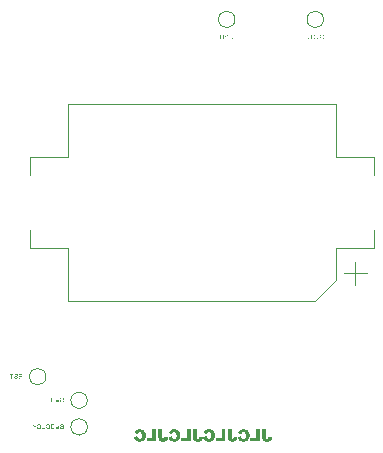
<source format=gbr>
%TF.GenerationSoftware,KiCad,Pcbnew,8.0.8*%
%TF.CreationDate,2025-06-11T13:00:22+01:00*%
%TF.ProjectId,Watch,57617463-682e-46b6-9963-61645f706362,rev?*%
%TF.SameCoordinates,Original*%
%TF.FileFunction,Legend,Bot*%
%TF.FilePolarity,Positive*%
%FSLAX46Y46*%
G04 Gerber Fmt 4.6, Leading zero omitted, Abs format (unit mm)*
G04 Created by KiCad (PCBNEW 8.0.8) date 2025-06-11 13:00:22*
%MOMM*%
%LPD*%
G01*
G04 APERTURE LIST*
%ADD10C,0.100000*%
%ADD11C,0.120000*%
%ADD12O,1.000000X1.600000*%
%ADD13O,1.000000X2.100000*%
%ADD14C,0.650000*%
%ADD15C,1.000000*%
%ADD16R,2.600000X3.600000*%
G04 APERTURE END LIST*
D10*
G36*
X162198220Y-112036251D02*
G01*
X162198220Y-112408086D01*
X162190307Y-112416000D01*
X162163928Y-112416000D01*
X162156015Y-112408281D01*
X162156015Y-112247179D01*
X162035554Y-112247179D01*
X161962379Y-112408770D01*
X161957983Y-112413850D01*
X161951144Y-112416000D01*
X161920174Y-112416000D01*
X161915484Y-112413752D01*
X161915680Y-112408672D01*
X161987780Y-112245909D01*
X161968632Y-112240242D01*
X161956010Y-112235425D01*
X161939391Y-112224970D01*
X161925547Y-112210640D01*
X161918281Y-112199374D01*
X161911274Y-112181079D01*
X161908939Y-112161108D01*
X161908939Y-112112259D01*
X161951730Y-112112259D01*
X161951730Y-112163257D01*
X161953092Y-112174110D01*
X161963258Y-112191687D01*
X161971750Y-112198362D01*
X161991102Y-112203411D01*
X162156015Y-112203411D01*
X162156015Y-112072106D01*
X161991102Y-112072106D01*
X161980451Y-112073502D01*
X161963258Y-112083927D01*
X161956695Y-112092564D01*
X161951730Y-112112259D01*
X161908939Y-112112259D01*
X161908939Y-112110891D01*
X161909846Y-112098430D01*
X161915387Y-112078944D01*
X161920910Y-112068196D01*
X161933168Y-112052664D01*
X161942116Y-112044851D01*
X161959351Y-112034883D01*
X161970776Y-112030894D01*
X161991102Y-112028337D01*
X162190307Y-112028337D01*
X162198220Y-112036251D01*
G37*
G36*
X161808799Y-112331785D02*
G01*
X161808799Y-112305309D01*
X161806259Y-112299838D01*
X161800886Y-112297200D01*
X161773921Y-112297200D01*
X161768255Y-112299838D01*
X161766008Y-112305309D01*
X161766008Y-112331785D01*
X161761505Y-112350843D01*
X161754480Y-112360410D01*
X161737287Y-112370834D01*
X161726636Y-112372231D01*
X161601095Y-112372231D01*
X161581743Y-112367435D01*
X161573251Y-112361094D01*
X161563085Y-112344370D01*
X161561723Y-112334032D01*
X161561723Y-112285378D01*
X161567172Y-112265833D01*
X161573251Y-112258414D01*
X161590444Y-112248506D01*
X161601095Y-112247179D01*
X161726636Y-112247179D01*
X161747000Y-112244622D01*
X161758485Y-112240633D01*
X161775674Y-112230535D01*
X161784668Y-112222755D01*
X161796842Y-112207070D01*
X161802351Y-112196083D01*
X161807735Y-112177051D01*
X161808799Y-112163355D01*
X161808799Y-112112161D01*
X161806526Y-112092432D01*
X161802351Y-112079726D01*
X161792337Y-112062163D01*
X161784570Y-112053055D01*
X161769114Y-112040591D01*
X161758485Y-112034981D01*
X161739037Y-112029271D01*
X161726636Y-112028337D01*
X161601095Y-112028337D01*
X161580770Y-112030932D01*
X161569344Y-112034981D01*
X161552109Y-112045193D01*
X161543161Y-112053152D01*
X161530987Y-112069051D01*
X161525478Y-112080019D01*
X161520012Y-112098841D01*
X161518932Y-112112552D01*
X161518932Y-112139028D01*
X161526845Y-112147137D01*
X161553810Y-112147137D01*
X161561723Y-112139028D01*
X161561723Y-112112552D01*
X161566226Y-112093494D01*
X161573251Y-112083927D01*
X161590444Y-112073502D01*
X161601095Y-112072106D01*
X161726636Y-112072106D01*
X161745988Y-112077197D01*
X161754480Y-112083927D01*
X161764646Y-112101418D01*
X161766008Y-112112259D01*
X161766008Y-112163257D01*
X161761043Y-112182994D01*
X161754480Y-112191687D01*
X161737287Y-112202025D01*
X161726636Y-112203411D01*
X161601095Y-112203411D01*
X161580770Y-112205929D01*
X161569344Y-112209859D01*
X161552109Y-112219705D01*
X161543161Y-112227444D01*
X161530903Y-112242816D01*
X161525380Y-112253431D01*
X161519839Y-112272635D01*
X161518932Y-112284890D01*
X161518932Y-112334520D01*
X161521489Y-112354792D01*
X161525478Y-112366369D01*
X161535408Y-112383573D01*
X161543161Y-112392357D01*
X161559506Y-112404697D01*
X161569344Y-112409649D01*
X161588707Y-112415106D01*
X161601095Y-112416000D01*
X161726636Y-112416000D01*
X161747000Y-112413404D01*
X161758485Y-112409356D01*
X161775636Y-112399258D01*
X161784570Y-112391478D01*
X161796782Y-112375754D01*
X161802351Y-112364709D01*
X161807735Y-112345561D01*
X161808799Y-112331785D01*
G37*
G36*
X161295010Y-112408086D02*
G01*
X161295010Y-112072106D01*
X161410293Y-112072106D01*
X161418206Y-112063997D01*
X161418206Y-112036446D01*
X161410293Y-112028337D01*
X161136838Y-112028337D01*
X161128925Y-112036446D01*
X161128925Y-112063997D01*
X161136838Y-112072106D01*
X161252219Y-112072106D01*
X161252219Y-112408086D01*
X161254759Y-112413752D01*
X161260132Y-112416000D01*
X161287096Y-112416000D01*
X161295010Y-112408086D01*
G37*
G36*
X187520725Y-83278337D02*
G01*
X187500399Y-83280894D01*
X187488974Y-83284883D01*
X187471739Y-83294851D01*
X187462791Y-83302664D01*
X187450533Y-83318196D01*
X187445010Y-83328944D01*
X187439469Y-83348430D01*
X187438562Y-83360891D01*
X187438562Y-83411108D01*
X187441021Y-83431464D01*
X187448399Y-83450034D01*
X187456050Y-83461422D01*
X187464452Y-83472168D01*
X187456050Y-83482915D01*
X187445393Y-83500569D01*
X187439655Y-83519680D01*
X187438562Y-83533229D01*
X187438562Y-83583445D01*
X187440835Y-83603012D01*
X187445010Y-83615685D01*
X187454978Y-83633095D01*
X187462791Y-83641966D01*
X187478285Y-83654010D01*
X187488974Y-83659551D01*
X187508337Y-83665093D01*
X187520725Y-83666000D01*
X187646266Y-83666000D01*
X187665782Y-83663633D01*
X187676650Y-83659942D01*
X187693768Y-83650141D01*
X187701660Y-83643529D01*
X187714339Y-83628296D01*
X187719636Y-83619007D01*
X187726139Y-83600536D01*
X187727843Y-83588721D01*
X187727843Y-83582957D01*
X187727843Y-83555309D01*
X187725596Y-83549838D01*
X187719930Y-83547200D01*
X187693551Y-83547200D01*
X187687885Y-83549838D01*
X187685638Y-83555309D01*
X187685638Y-83582957D01*
X187680282Y-83602614D01*
X187673816Y-83610996D01*
X187656882Y-83620904D01*
X187646266Y-83622231D01*
X187520725Y-83622231D01*
X187501373Y-83617435D01*
X187492881Y-83611094D01*
X187482715Y-83594370D01*
X187481353Y-83584032D01*
X187481353Y-83535378D01*
X187486802Y-83515833D01*
X187492881Y-83508414D01*
X187510074Y-83498506D01*
X187520725Y-83497179D01*
X187643433Y-83497179D01*
X187648806Y-83494932D01*
X187651346Y-83489070D01*
X187651346Y-83461519D01*
X187648806Y-83456048D01*
X187643433Y-83453411D01*
X187520725Y-83453411D01*
X187501373Y-83448362D01*
X187492881Y-83441687D01*
X187482715Y-83424110D01*
X187481353Y-83413257D01*
X187481353Y-83362259D01*
X187486318Y-83342564D01*
X187492881Y-83333927D01*
X187510074Y-83323502D01*
X187520725Y-83322106D01*
X187646266Y-83322106D01*
X187665492Y-83327070D01*
X187673816Y-83333634D01*
X187683977Y-83351037D01*
X187685638Y-83361966D01*
X187685638Y-83389028D01*
X187693551Y-83397137D01*
X187719930Y-83397137D01*
X187727843Y-83389028D01*
X187727843Y-83361966D01*
X187727843Y-83356202D01*
X187724088Y-83336815D01*
X187719636Y-83325916D01*
X187708721Y-83308837D01*
X187701660Y-83301101D01*
X187685952Y-83289101D01*
X187676650Y-83284394D01*
X187657217Y-83279053D01*
X187646266Y-83278337D01*
X187520725Y-83278337D01*
G37*
G36*
X187214640Y-83652127D02*
G01*
X187214640Y-83592336D01*
X187206726Y-83584715D01*
X187179762Y-83584715D01*
X187174389Y-83586963D01*
X187171849Y-83592336D01*
X187171849Y-83652127D01*
X187174389Y-83657598D01*
X187179762Y-83659747D01*
X187206726Y-83659747D01*
X187214640Y-83652127D01*
G37*
G36*
X186741102Y-83278337D02*
G01*
X186720776Y-83280894D01*
X186709350Y-83284883D01*
X186692116Y-83294851D01*
X186683168Y-83302664D01*
X186670910Y-83318196D01*
X186665387Y-83328944D01*
X186659845Y-83348430D01*
X186658939Y-83360891D01*
X186658939Y-83411108D01*
X186661398Y-83431464D01*
X186668776Y-83450034D01*
X186676426Y-83461422D01*
X186684828Y-83472168D01*
X186676426Y-83482915D01*
X186665770Y-83500569D01*
X186660032Y-83519680D01*
X186658939Y-83533229D01*
X186658939Y-83583445D01*
X186661212Y-83603012D01*
X186665387Y-83615685D01*
X186675355Y-83633095D01*
X186683168Y-83641966D01*
X186698662Y-83654010D01*
X186709350Y-83659551D01*
X186728714Y-83665093D01*
X186741102Y-83666000D01*
X186866643Y-83666000D01*
X186886159Y-83663633D01*
X186897027Y-83659942D01*
X186914145Y-83650141D01*
X186922037Y-83643529D01*
X186934716Y-83628296D01*
X186940013Y-83619007D01*
X186946516Y-83600536D01*
X186948220Y-83588721D01*
X186948220Y-83582957D01*
X186948220Y-83555309D01*
X186945973Y-83549838D01*
X186940306Y-83547200D01*
X186913928Y-83547200D01*
X186908262Y-83549838D01*
X186906015Y-83555309D01*
X186906015Y-83582957D01*
X186900659Y-83602614D01*
X186894193Y-83610996D01*
X186877259Y-83620904D01*
X186866643Y-83622231D01*
X186741102Y-83622231D01*
X186721750Y-83617435D01*
X186713258Y-83611094D01*
X186703092Y-83594370D01*
X186701730Y-83584032D01*
X186701730Y-83535378D01*
X186707179Y-83515833D01*
X186713258Y-83508414D01*
X186730451Y-83498506D01*
X186741102Y-83497179D01*
X186863810Y-83497179D01*
X186869183Y-83494932D01*
X186871723Y-83489070D01*
X186871723Y-83461519D01*
X186869183Y-83456048D01*
X186863810Y-83453411D01*
X186741102Y-83453411D01*
X186721750Y-83448362D01*
X186713258Y-83441687D01*
X186703092Y-83424110D01*
X186701730Y-83413257D01*
X186701730Y-83362259D01*
X186706695Y-83342564D01*
X186713258Y-83333927D01*
X186730451Y-83323502D01*
X186741102Y-83322106D01*
X186866643Y-83322106D01*
X186885869Y-83327070D01*
X186894193Y-83333634D01*
X186904353Y-83351037D01*
X186906015Y-83361966D01*
X186906015Y-83389028D01*
X186913928Y-83397137D01*
X186940306Y-83397137D01*
X186948220Y-83389028D01*
X186948220Y-83361966D01*
X186948220Y-83356202D01*
X186944465Y-83336815D01*
X186940013Y-83325916D01*
X186929098Y-83308837D01*
X186922037Y-83301101D01*
X186906329Y-83289101D01*
X186897027Y-83284394D01*
X186877594Y-83279053D01*
X186866643Y-83278337D01*
X186741102Y-83278337D01*
G37*
G36*
X186477124Y-83658672D02*
G01*
X186555380Y-83462594D01*
X186557724Y-83454681D01*
X186558799Y-83447256D01*
X186558799Y-83286251D01*
X186556259Y-83280584D01*
X186550886Y-83278337D01*
X186523921Y-83278337D01*
X186516008Y-83286251D01*
X186516008Y-83438463D01*
X186515226Y-83446376D01*
X186513174Y-83453704D01*
X186445666Y-83622231D01*
X186382065Y-83622231D01*
X186314556Y-83453704D01*
X186312602Y-83446376D01*
X186311723Y-83438463D01*
X186311723Y-83286251D01*
X186303810Y-83278337D01*
X186276845Y-83278337D01*
X186268932Y-83286251D01*
X186268932Y-83447256D01*
X186269811Y-83454681D01*
X186271765Y-83462594D01*
X186350020Y-83658672D01*
X186354514Y-83663752D01*
X186361255Y-83666000D01*
X186466475Y-83666000D01*
X186472923Y-83663752D01*
X186477124Y-83658672D01*
G37*
G36*
X182839636Y-116713949D02*
G01*
X182512351Y-116713949D01*
X182512351Y-117264473D01*
X182513114Y-117316309D01*
X182516045Y-117373301D01*
X182521174Y-117424609D01*
X182529936Y-117477284D01*
X182543614Y-117528011D01*
X182566085Y-117577053D01*
X182594494Y-117616949D01*
X182630840Y-117653364D01*
X182669155Y-117682372D01*
X182713009Y-117707021D01*
X182761866Y-117725616D01*
X182815725Y-117738156D01*
X182865871Y-117744087D01*
X182910467Y-117745631D01*
X182965856Y-117744180D01*
X183016438Y-117739826D01*
X183069371Y-117731079D01*
X183121853Y-117716245D01*
X183150313Y-117704354D01*
X183195445Y-117677965D01*
X183234394Y-117645510D01*
X183267160Y-117606988D01*
X183282693Y-117582965D01*
X183305958Y-117534524D01*
X183321643Y-117485561D01*
X183332627Y-117431041D01*
X183338380Y-117378778D01*
X183024772Y-117338234D01*
X183022605Y-117388891D01*
X183013781Y-117438129D01*
X182986321Y-117478766D01*
X182979099Y-117484535D01*
X182932937Y-117495526D01*
X182884958Y-117483041D01*
X182862351Y-117460111D01*
X182845315Y-117411140D01*
X182840191Y-117362030D01*
X182839636Y-117335547D01*
X182839636Y-116713949D01*
G37*
G36*
X182325749Y-116713949D02*
G01*
X181998952Y-116713949D01*
X181998952Y-117464263D01*
X181513398Y-117464263D01*
X181513398Y-117730000D01*
X182325749Y-117730000D01*
X182325749Y-116713949D01*
G37*
G36*
X180732065Y-117305994D02*
G01*
X180444347Y-117389281D01*
X180458749Y-117440677D01*
X180476096Y-117487796D01*
X180499528Y-117536407D01*
X180526807Y-117579432D01*
X180534228Y-117589316D01*
X180570324Y-117629873D01*
X180611019Y-117664440D01*
X180656311Y-117693019D01*
X180683460Y-117706308D01*
X180731027Y-117723512D01*
X180784577Y-117735800D01*
X180836342Y-117742521D01*
X180892689Y-117745477D01*
X180909629Y-117745631D01*
X180959994Y-117744456D01*
X181016574Y-117739945D01*
X181068947Y-117732051D01*
X181117112Y-117720774D01*
X181167988Y-117703342D01*
X181181472Y-117697515D01*
X181226361Y-117672982D01*
X181268493Y-117641482D01*
X181307866Y-117603018D01*
X181339419Y-117564504D01*
X181364165Y-117528499D01*
X181390229Y-117480726D01*
X181410900Y-117428264D01*
X181424006Y-117380965D01*
X181433368Y-117330410D01*
X181438985Y-117276599D01*
X181440858Y-117219532D01*
X181438747Y-117158685D01*
X181432416Y-117101441D01*
X181421864Y-117047799D01*
X181407091Y-116997759D01*
X181388097Y-116951323D01*
X181358420Y-116898343D01*
X181322147Y-116850992D01*
X181305791Y-116833628D01*
X181260794Y-116794647D01*
X181210370Y-116762273D01*
X181166123Y-116741131D01*
X181118404Y-116724217D01*
X181067213Y-116711532D01*
X181012548Y-116703075D01*
X180954411Y-116698846D01*
X180924040Y-116698318D01*
X180865816Y-116700238D01*
X180811588Y-116705998D01*
X180761355Y-116715598D01*
X180706348Y-116732188D01*
X180657095Y-116754307D01*
X180620446Y-116776964D01*
X180580770Y-116809693D01*
X180544906Y-116848897D01*
X180512855Y-116894575D01*
X180489058Y-116937586D01*
X180467908Y-116985093D01*
X180452895Y-117026336D01*
X180743300Y-117090572D01*
X180761126Y-117042684D01*
X180774563Y-117019009D01*
X180810093Y-116982677D01*
X180835624Y-116966741D01*
X180884148Y-116950998D01*
X180916468Y-116948422D01*
X180969873Y-116954740D01*
X181015781Y-116973693D01*
X181054194Y-117005281D01*
X181072295Y-117028290D01*
X181093933Y-117072535D01*
X181106556Y-117124061D01*
X181112326Y-117179172D01*
X181113328Y-117218066D01*
X181111619Y-117274736D01*
X181106493Y-117324209D01*
X181096193Y-117372834D01*
X181076115Y-117420960D01*
X181064724Y-117437152D01*
X181026465Y-117470387D01*
X180978855Y-117489826D01*
X180927459Y-117495526D01*
X180877852Y-117491042D01*
X180829217Y-117473823D01*
X180797766Y-117449609D01*
X180767919Y-117407774D01*
X180747821Y-117361893D01*
X180733445Y-117312035D01*
X180732065Y-117305994D01*
G37*
G36*
X179908722Y-116713949D02*
G01*
X179581437Y-116713949D01*
X179581437Y-117264473D01*
X179582200Y-117316309D01*
X179585131Y-117373301D01*
X179590260Y-117424609D01*
X179599022Y-117477284D01*
X179612700Y-117528011D01*
X179635171Y-117577053D01*
X179663580Y-117616949D01*
X179699926Y-117653364D01*
X179738241Y-117682372D01*
X179782095Y-117707021D01*
X179830952Y-117725616D01*
X179884811Y-117738156D01*
X179934957Y-117744087D01*
X179979553Y-117745631D01*
X180034942Y-117744180D01*
X180085523Y-117739826D01*
X180138457Y-117731079D01*
X180190939Y-117716245D01*
X180219399Y-117704354D01*
X180264531Y-117677965D01*
X180303480Y-117645510D01*
X180336246Y-117606988D01*
X180351779Y-117582965D01*
X180375044Y-117534524D01*
X180390729Y-117485561D01*
X180401712Y-117431041D01*
X180407466Y-117378778D01*
X180093858Y-117338234D01*
X180091691Y-117388891D01*
X180082867Y-117438129D01*
X180055407Y-117478766D01*
X180048185Y-117484535D01*
X180002023Y-117495526D01*
X179954044Y-117483041D01*
X179931437Y-117460111D01*
X179914401Y-117411140D01*
X179909277Y-117362030D01*
X179908722Y-117335547D01*
X179908722Y-116713949D01*
G37*
G36*
X179394835Y-116713949D02*
G01*
X179068038Y-116713949D01*
X179068038Y-117464263D01*
X178582483Y-117464263D01*
X178582483Y-117730000D01*
X179394835Y-117730000D01*
X179394835Y-116713949D01*
G37*
G36*
X177801151Y-117305994D02*
G01*
X177513433Y-117389281D01*
X177527835Y-117440677D01*
X177545182Y-117487796D01*
X177568614Y-117536407D01*
X177595893Y-117579432D01*
X177603314Y-117589316D01*
X177639410Y-117629873D01*
X177680104Y-117664440D01*
X177725397Y-117693019D01*
X177752546Y-117706308D01*
X177800113Y-117723512D01*
X177853663Y-117735800D01*
X177905428Y-117742521D01*
X177961775Y-117745477D01*
X177978715Y-117745631D01*
X178029080Y-117744456D01*
X178085660Y-117739945D01*
X178138033Y-117732051D01*
X178186198Y-117720774D01*
X178237074Y-117703342D01*
X178250557Y-117697515D01*
X178295447Y-117672982D01*
X178337578Y-117641482D01*
X178376952Y-117603018D01*
X178408505Y-117564504D01*
X178433251Y-117528499D01*
X178459314Y-117480726D01*
X178479985Y-117428264D01*
X178493092Y-117380965D01*
X178502454Y-117330410D01*
X178508071Y-117276599D01*
X178509943Y-117219532D01*
X178507833Y-117158685D01*
X178501502Y-117101441D01*
X178490950Y-117047799D01*
X178476177Y-116997759D01*
X178457183Y-116951323D01*
X178427505Y-116898343D01*
X178391233Y-116850992D01*
X178374877Y-116833628D01*
X178329879Y-116794647D01*
X178279455Y-116762273D01*
X178235209Y-116741131D01*
X178187490Y-116724217D01*
X178136299Y-116711532D01*
X178081634Y-116703075D01*
X178023497Y-116698846D01*
X177993125Y-116698318D01*
X177934902Y-116700238D01*
X177880674Y-116705998D01*
X177830440Y-116715598D01*
X177775434Y-116732188D01*
X177726181Y-116754307D01*
X177689532Y-116776964D01*
X177649856Y-116809693D01*
X177613992Y-116848897D01*
X177581941Y-116894575D01*
X177558144Y-116937586D01*
X177536994Y-116985093D01*
X177521981Y-117026336D01*
X177812386Y-117090572D01*
X177830212Y-117042684D01*
X177843649Y-117019009D01*
X177879179Y-116982677D01*
X177904710Y-116966741D01*
X177953234Y-116950998D01*
X177985554Y-116948422D01*
X178038959Y-116954740D01*
X178084867Y-116973693D01*
X178123280Y-117005281D01*
X178141381Y-117028290D01*
X178163019Y-117072535D01*
X178175642Y-117124061D01*
X178181412Y-117179172D01*
X178182414Y-117218066D01*
X178180705Y-117274736D01*
X178175579Y-117324209D01*
X178165279Y-117372834D01*
X178145201Y-117420960D01*
X178133809Y-117437152D01*
X178095551Y-117470387D01*
X178047941Y-117489826D01*
X177996545Y-117495526D01*
X177946938Y-117491042D01*
X177898303Y-117473823D01*
X177866852Y-117449609D01*
X177837005Y-117407774D01*
X177816907Y-117361893D01*
X177802531Y-117312035D01*
X177801151Y-117305994D01*
G37*
G36*
X176977808Y-116713949D02*
G01*
X176650523Y-116713949D01*
X176650523Y-117264473D01*
X176651286Y-117316309D01*
X176654217Y-117373301D01*
X176659346Y-117424609D01*
X176668108Y-117477284D01*
X176681786Y-117528011D01*
X176704257Y-117577053D01*
X176732665Y-117616949D01*
X176769012Y-117653364D01*
X176807326Y-117682372D01*
X176851181Y-117707021D01*
X176900038Y-117725616D01*
X176953896Y-117738156D01*
X177004043Y-117744087D01*
X177048638Y-117745631D01*
X177104028Y-117744180D01*
X177154609Y-117739826D01*
X177207543Y-117731079D01*
X177260025Y-117716245D01*
X177288485Y-117704354D01*
X177333616Y-117677965D01*
X177372565Y-117645510D01*
X177405332Y-117606988D01*
X177420864Y-117582965D01*
X177444130Y-117534524D01*
X177459815Y-117485561D01*
X177470798Y-117431041D01*
X177476552Y-117378778D01*
X177162944Y-117338234D01*
X177160777Y-117388891D01*
X177151953Y-117438129D01*
X177124493Y-117478766D01*
X177117271Y-117484535D01*
X177071109Y-117495526D01*
X177023130Y-117483041D01*
X177000523Y-117460111D01*
X176983487Y-117411140D01*
X176978363Y-117362030D01*
X176977808Y-117335547D01*
X176977808Y-116713949D01*
G37*
G36*
X176463921Y-116713949D02*
G01*
X176137124Y-116713949D01*
X176137124Y-117464263D01*
X175651569Y-117464263D01*
X175651569Y-117730000D01*
X176463921Y-117730000D01*
X176463921Y-116713949D01*
G37*
G36*
X174870236Y-117305994D02*
G01*
X174582518Y-117389281D01*
X174596921Y-117440677D01*
X174614268Y-117487796D01*
X174637700Y-117536407D01*
X174664979Y-117579432D01*
X174672400Y-117589316D01*
X174708496Y-117629873D01*
X174749190Y-117664440D01*
X174794483Y-117693019D01*
X174821632Y-117706308D01*
X174869198Y-117723512D01*
X174922749Y-117735800D01*
X174974514Y-117742521D01*
X175030860Y-117745477D01*
X175047801Y-117745631D01*
X175098165Y-117744456D01*
X175154746Y-117739945D01*
X175207119Y-117732051D01*
X175255284Y-117720774D01*
X175306159Y-117703342D01*
X175319643Y-117697515D01*
X175364533Y-117672982D01*
X175406664Y-117641482D01*
X175446038Y-117603018D01*
X175477591Y-117564504D01*
X175502337Y-117528499D01*
X175528400Y-117480726D01*
X175549071Y-117428264D01*
X175562178Y-117380965D01*
X175571540Y-117330410D01*
X175577157Y-117276599D01*
X175579029Y-117219532D01*
X175576919Y-117158685D01*
X175570588Y-117101441D01*
X175560035Y-117047799D01*
X175545263Y-116997759D01*
X175526269Y-116951323D01*
X175496591Y-116898343D01*
X175460319Y-116850992D01*
X175443963Y-116833628D01*
X175398965Y-116794647D01*
X175348541Y-116762273D01*
X175304295Y-116741131D01*
X175256576Y-116724217D01*
X175205384Y-116711532D01*
X175150720Y-116703075D01*
X175092582Y-116698846D01*
X175062211Y-116698318D01*
X175003988Y-116700238D01*
X174949759Y-116705998D01*
X174899526Y-116715598D01*
X174844520Y-116732188D01*
X174795267Y-116754307D01*
X174758617Y-116776964D01*
X174718941Y-116809693D01*
X174683078Y-116848897D01*
X174651027Y-116894575D01*
X174627230Y-116937586D01*
X174606080Y-116985093D01*
X174591067Y-117026336D01*
X174881472Y-117090572D01*
X174899298Y-117042684D01*
X174912735Y-117019009D01*
X174948264Y-116982677D01*
X174973795Y-116966741D01*
X175022320Y-116950998D01*
X175054640Y-116948422D01*
X175108045Y-116954740D01*
X175153953Y-116973693D01*
X175192366Y-117005281D01*
X175210467Y-117028290D01*
X175232105Y-117072535D01*
X175244728Y-117124061D01*
X175250498Y-117179172D01*
X175251500Y-117218066D01*
X175249791Y-117274736D01*
X175244665Y-117324209D01*
X175234365Y-117372834D01*
X175214287Y-117420960D01*
X175202895Y-117437152D01*
X175164636Y-117470387D01*
X175117027Y-117489826D01*
X175065631Y-117495526D01*
X175016024Y-117491042D01*
X174967389Y-117473823D01*
X174935938Y-117449609D01*
X174906091Y-117407774D01*
X174885993Y-117361893D01*
X174871617Y-117312035D01*
X174870236Y-117305994D01*
G37*
G36*
X174046894Y-116713949D02*
G01*
X173719608Y-116713949D01*
X173719608Y-117264473D01*
X173720372Y-117316309D01*
X173723303Y-117373301D01*
X173728432Y-117424609D01*
X173737194Y-117477284D01*
X173750871Y-117528011D01*
X173773343Y-117577053D01*
X173801751Y-117616949D01*
X173838098Y-117653364D01*
X173876412Y-117682372D01*
X173920267Y-117707021D01*
X173969123Y-117725616D01*
X174022982Y-117738156D01*
X174073128Y-117744087D01*
X174117724Y-117745631D01*
X174173114Y-117744180D01*
X174223695Y-117739826D01*
X174276629Y-117731079D01*
X174329111Y-117716245D01*
X174357571Y-117704354D01*
X174402702Y-117677965D01*
X174441651Y-117645510D01*
X174474418Y-117606988D01*
X174489950Y-117582965D01*
X174513216Y-117534524D01*
X174528901Y-117485561D01*
X174539884Y-117431041D01*
X174545638Y-117378778D01*
X174232030Y-117338234D01*
X174229862Y-117388891D01*
X174221039Y-117438129D01*
X174193579Y-117478766D01*
X174186356Y-117484535D01*
X174140195Y-117495526D01*
X174092216Y-117483041D01*
X174069608Y-117460111D01*
X174052572Y-117411140D01*
X174047448Y-117362030D01*
X174046894Y-117335547D01*
X174046894Y-116713949D01*
G37*
G36*
X173533007Y-116713949D02*
G01*
X173206210Y-116713949D01*
X173206210Y-117464263D01*
X172720655Y-117464263D01*
X172720655Y-117730000D01*
X173533007Y-117730000D01*
X173533007Y-116713949D01*
G37*
G36*
X171939322Y-117305994D02*
G01*
X171651604Y-117389281D01*
X171666006Y-117440677D01*
X171683354Y-117487796D01*
X171706786Y-117536407D01*
X171734065Y-117579432D01*
X171741486Y-117589316D01*
X171777582Y-117629873D01*
X171818276Y-117664440D01*
X171863569Y-117693019D01*
X171890718Y-117706308D01*
X171938284Y-117723512D01*
X171991834Y-117735800D01*
X172043600Y-117742521D01*
X172099946Y-117745477D01*
X172116887Y-117745631D01*
X172167251Y-117744456D01*
X172223832Y-117739945D01*
X172276204Y-117732051D01*
X172324370Y-117720774D01*
X172375245Y-117703342D01*
X172388729Y-117697515D01*
X172433619Y-117672982D01*
X172475750Y-117641482D01*
X172515123Y-117603018D01*
X172546676Y-117564504D01*
X172571423Y-117528499D01*
X172597486Y-117480726D01*
X172618157Y-117428264D01*
X172631264Y-117380965D01*
X172640626Y-117330410D01*
X172646243Y-117276599D01*
X172648115Y-117219532D01*
X172646005Y-117158685D01*
X172639673Y-117101441D01*
X172629121Y-117047799D01*
X172614348Y-116997759D01*
X172595355Y-116951323D01*
X172565677Y-116898343D01*
X172529404Y-116850992D01*
X172513049Y-116833628D01*
X172468051Y-116794647D01*
X172417627Y-116762273D01*
X172373381Y-116741131D01*
X172325662Y-116724217D01*
X172274470Y-116711532D01*
X172219806Y-116703075D01*
X172161668Y-116698846D01*
X172131297Y-116698318D01*
X172073074Y-116700238D01*
X172018845Y-116705998D01*
X171968612Y-116715598D01*
X171913606Y-116732188D01*
X171864353Y-116754307D01*
X171827703Y-116776964D01*
X171788027Y-116809693D01*
X171752164Y-116848897D01*
X171720112Y-116894575D01*
X171696315Y-116937586D01*
X171675166Y-116985093D01*
X171660153Y-117026336D01*
X171950557Y-117090572D01*
X171968383Y-117042684D01*
X171981821Y-117019009D01*
X172017350Y-116982677D01*
X172042881Y-116966741D01*
X172091405Y-116950998D01*
X172123726Y-116948422D01*
X172177130Y-116954740D01*
X172223039Y-116973693D01*
X172261451Y-117005281D01*
X172279553Y-117028290D01*
X172301191Y-117072535D01*
X172313813Y-117124061D01*
X172319584Y-117179172D01*
X172320585Y-117218066D01*
X172318877Y-117274736D01*
X172313750Y-117324209D01*
X172303450Y-117372834D01*
X172283373Y-117420960D01*
X172271981Y-117437152D01*
X172233722Y-117470387D01*
X172186112Y-117489826D01*
X172134717Y-117495526D01*
X172085109Y-117491042D01*
X172036475Y-117473823D01*
X172005024Y-117449609D01*
X171975176Y-117407774D01*
X171955079Y-117361893D01*
X171940703Y-117312035D01*
X171939322Y-117305994D01*
G37*
G36*
X179751667Y-83453411D02*
G01*
X179746001Y-83455951D01*
X179743754Y-83461226D01*
X179743754Y-83584520D01*
X179746311Y-83604792D01*
X179750299Y-83616369D01*
X179760229Y-83633573D01*
X179767983Y-83642357D01*
X179784328Y-83654697D01*
X179794166Y-83659649D01*
X179813529Y-83665106D01*
X179825917Y-83666000D01*
X179951458Y-83666000D01*
X179971822Y-83663481D01*
X179983307Y-83659551D01*
X180000458Y-83649614D01*
X180009392Y-83641966D01*
X180021604Y-83626525D01*
X180027173Y-83615685D01*
X180032714Y-83595948D01*
X180033621Y-83583445D01*
X180033621Y-83360891D01*
X180031348Y-83341428D01*
X180027173Y-83328944D01*
X180017159Y-83311626D01*
X180009392Y-83302664D01*
X179993936Y-83290406D01*
X179983307Y-83284883D01*
X179963859Y-83279258D01*
X179951458Y-83278337D01*
X179825917Y-83278337D01*
X179805591Y-83280932D01*
X179794166Y-83284981D01*
X179777046Y-83295079D01*
X179768276Y-83302859D01*
X179756155Y-83318506D01*
X179750495Y-83329433D01*
X179744866Y-83348255D01*
X179743754Y-83361966D01*
X179743754Y-83389028D01*
X179751667Y-83397137D01*
X179778632Y-83397137D01*
X179786545Y-83389028D01*
X179786545Y-83361966D01*
X179791438Y-83343022D01*
X179798366Y-83333634D01*
X179815301Y-83323468D01*
X179825917Y-83322106D01*
X179951458Y-83322106D01*
X179970810Y-83327070D01*
X179979302Y-83333634D01*
X179989468Y-83350826D01*
X179990830Y-83361478D01*
X179990830Y-83582859D01*
X179985865Y-83602212D01*
X179979302Y-83610703D01*
X179962109Y-83620869D01*
X179951458Y-83622231D01*
X179825917Y-83622231D01*
X179806565Y-83617435D01*
X179798073Y-83611094D01*
X179787907Y-83594370D01*
X179786545Y-83584032D01*
X179786545Y-83497179D01*
X179878869Y-83497179D01*
X179884242Y-83494932D01*
X179886685Y-83489070D01*
X179886685Y-83461519D01*
X179884242Y-83456048D01*
X179878869Y-83453411D01*
X179751667Y-83453411D01*
G37*
G36*
X179396929Y-83658086D02*
G01*
X179396929Y-83495909D01*
X179601214Y-83326404D01*
X179601214Y-83658086D01*
X179609127Y-83666000D01*
X179636092Y-83666000D01*
X179641465Y-83663752D01*
X179644005Y-83658086D01*
X179644005Y-83286251D01*
X179641465Y-83280584D01*
X179636092Y-83278337D01*
X179598380Y-83278337D01*
X179584312Y-83283418D01*
X179396929Y-83438854D01*
X179396929Y-83286251D01*
X179389015Y-83278337D01*
X179362051Y-83278337D01*
X179354138Y-83286251D01*
X179354138Y-83658086D01*
X179362051Y-83666000D01*
X179389015Y-83666000D01*
X179396929Y-83658086D01*
G37*
G36*
X179251458Y-83280877D02*
G01*
X179253998Y-83286251D01*
X179253998Y-83658086D01*
X179251458Y-83663752D01*
X179246085Y-83666000D01*
X179046294Y-83666000D01*
X179033906Y-83665093D01*
X179014542Y-83659551D01*
X179003854Y-83654010D01*
X178988360Y-83641966D01*
X178980606Y-83633095D01*
X178970676Y-83615685D01*
X178966438Y-83603012D01*
X178964131Y-83583445D01*
X178964131Y-83361478D01*
X179006922Y-83361478D01*
X179006922Y-83582859D01*
X179008284Y-83593510D01*
X179018450Y-83610703D01*
X179026942Y-83617266D01*
X179046294Y-83622231D01*
X179211207Y-83622231D01*
X179211207Y-83322106D01*
X179046294Y-83322106D01*
X179035643Y-83323468D01*
X179018450Y-83333634D01*
X179011887Y-83342125D01*
X179006922Y-83361478D01*
X178964131Y-83361478D01*
X178964131Y-83360891D01*
X178965051Y-83348430D01*
X178970676Y-83328944D01*
X178976186Y-83318196D01*
X178988360Y-83302664D01*
X178997308Y-83294851D01*
X179014542Y-83284883D01*
X179025968Y-83280894D01*
X179046294Y-83278337D01*
X179246085Y-83278337D01*
X179251458Y-83280877D01*
G37*
G36*
X165698806Y-114331785D02*
G01*
X165698806Y-114305309D01*
X165696266Y-114299838D01*
X165690893Y-114297200D01*
X165663928Y-114297200D01*
X165658262Y-114299838D01*
X165656015Y-114305309D01*
X165656015Y-114331785D01*
X165651512Y-114350843D01*
X165644487Y-114360410D01*
X165627294Y-114370834D01*
X165616643Y-114372231D01*
X165491102Y-114372231D01*
X165471750Y-114367435D01*
X165463258Y-114361094D01*
X165453092Y-114344370D01*
X165451730Y-114334032D01*
X165451730Y-114285378D01*
X165457179Y-114265833D01*
X165463258Y-114258414D01*
X165480451Y-114248506D01*
X165491102Y-114247179D01*
X165616643Y-114247179D01*
X165637007Y-114244622D01*
X165648492Y-114240633D01*
X165665681Y-114230535D01*
X165674675Y-114222755D01*
X165686849Y-114207070D01*
X165692358Y-114196083D01*
X165697742Y-114177051D01*
X165698806Y-114163355D01*
X165698806Y-114112161D01*
X165696533Y-114092432D01*
X165692358Y-114079726D01*
X165682344Y-114062163D01*
X165674577Y-114053055D01*
X165659121Y-114040591D01*
X165648492Y-114034981D01*
X165629044Y-114029271D01*
X165616643Y-114028337D01*
X165491102Y-114028337D01*
X165470776Y-114030932D01*
X165459351Y-114034981D01*
X165442116Y-114045193D01*
X165433168Y-114053152D01*
X165420994Y-114069051D01*
X165415484Y-114080019D01*
X165410019Y-114098841D01*
X165408939Y-114112552D01*
X165408939Y-114139028D01*
X165416852Y-114147137D01*
X165443817Y-114147137D01*
X165451730Y-114139028D01*
X165451730Y-114112552D01*
X165456233Y-114093494D01*
X165463258Y-114083927D01*
X165480451Y-114073502D01*
X165491102Y-114072106D01*
X165616643Y-114072106D01*
X165635995Y-114077197D01*
X165644487Y-114083927D01*
X165654653Y-114101418D01*
X165656015Y-114112259D01*
X165656015Y-114163257D01*
X165651050Y-114182994D01*
X165644487Y-114191687D01*
X165627294Y-114202025D01*
X165616643Y-114203411D01*
X165491102Y-114203411D01*
X165470776Y-114205929D01*
X165459351Y-114209859D01*
X165442116Y-114219705D01*
X165433168Y-114227444D01*
X165420910Y-114242816D01*
X165415387Y-114253431D01*
X165409846Y-114272635D01*
X165408939Y-114284890D01*
X165408939Y-114334520D01*
X165411496Y-114354792D01*
X165415484Y-114366369D01*
X165425414Y-114383573D01*
X165433168Y-114392357D01*
X165449513Y-114404697D01*
X165459351Y-114409649D01*
X165478714Y-114415106D01*
X165491102Y-114416000D01*
X165616643Y-114416000D01*
X165637007Y-114413404D01*
X165648492Y-114409356D01*
X165665643Y-114399258D01*
X165674577Y-114391478D01*
X165686789Y-114375754D01*
X165692358Y-114364709D01*
X165697742Y-114345561D01*
X165698806Y-114331785D01*
G37*
G36*
X165049316Y-114036251D02*
G01*
X165046287Y-114030877D01*
X165040327Y-114028337D01*
X165013949Y-114028337D01*
X165008869Y-114030877D01*
X165006622Y-114036251D01*
X165035833Y-114408086D01*
X165038374Y-114413752D01*
X165044333Y-114416000D01*
X165078039Y-114416000D01*
X165089860Y-114409258D01*
X165163621Y-114283229D01*
X165237285Y-114409258D01*
X165249106Y-114416000D01*
X165282909Y-114416000D01*
X165288771Y-114413752D01*
X165291311Y-114408086D01*
X165320621Y-114036251D01*
X165318960Y-114030877D01*
X165313293Y-114028337D01*
X165286817Y-114028337D01*
X165281249Y-114030877D01*
X165278415Y-114036251D01*
X165253600Y-114358944D01*
X165186678Y-114239656D01*
X165174856Y-114232915D01*
X165152386Y-114232915D01*
X165140565Y-114239656D01*
X165073545Y-114358944D01*
X165049316Y-114036251D01*
G37*
G36*
X164916252Y-114030877D02*
G01*
X164918792Y-114036251D01*
X164918792Y-114408086D01*
X164916252Y-114413752D01*
X164910879Y-114416000D01*
X164711088Y-114416000D01*
X164698700Y-114415093D01*
X164679337Y-114409551D01*
X164668648Y-114404010D01*
X164653154Y-114391966D01*
X164645401Y-114383095D01*
X164635471Y-114365685D01*
X164631232Y-114353012D01*
X164628925Y-114333445D01*
X164628925Y-114111478D01*
X164671716Y-114111478D01*
X164671716Y-114332859D01*
X164673078Y-114343510D01*
X164683244Y-114360703D01*
X164691736Y-114367266D01*
X164711088Y-114372231D01*
X164876001Y-114372231D01*
X164876001Y-114072106D01*
X164711088Y-114072106D01*
X164700437Y-114073468D01*
X164683244Y-114083634D01*
X164676681Y-114092125D01*
X164671716Y-114111478D01*
X164628925Y-114111478D01*
X164628925Y-114110891D01*
X164629845Y-114098430D01*
X164635471Y-114078944D01*
X164640980Y-114068196D01*
X164653154Y-114052664D01*
X164662102Y-114044851D01*
X164679337Y-114034883D01*
X164690763Y-114030894D01*
X164711088Y-114028337D01*
X164910879Y-114028337D01*
X164916252Y-114030877D01*
G37*
G36*
X164520872Y-114407891D02*
G01*
X164520872Y-114380340D01*
X164518625Y-114374869D01*
X164513056Y-114372231D01*
X164405003Y-114372231D01*
X164405003Y-114072106D01*
X164513056Y-114072106D01*
X164520872Y-114063997D01*
X164520872Y-114036446D01*
X164513056Y-114028337D01*
X164254745Y-114028337D01*
X164246831Y-114036446D01*
X164246831Y-114063997D01*
X164254745Y-114072106D01*
X164362212Y-114072106D01*
X164362212Y-114372231D01*
X164254745Y-114372231D01*
X164249078Y-114374869D01*
X164246831Y-114380340D01*
X164246831Y-114407891D01*
X164254745Y-114416000D01*
X164513056Y-114416000D01*
X164520872Y-114407891D01*
G37*
G36*
X164069016Y-114029258D02*
G01*
X164088464Y-114034883D01*
X164099066Y-114040406D01*
X164114354Y-114052664D01*
X164121929Y-114061626D01*
X164131744Y-114078944D01*
X164135919Y-114091428D01*
X164138192Y-114110891D01*
X164138192Y-114333445D01*
X164137285Y-114345948D01*
X164131744Y-114365685D01*
X164126780Y-114375667D01*
X164114354Y-114391966D01*
X164105538Y-114399614D01*
X164088464Y-114409551D01*
X164076979Y-114413481D01*
X164056615Y-114416000D01*
X163931074Y-114416000D01*
X163918686Y-114415093D01*
X163899323Y-114409551D01*
X163888634Y-114404010D01*
X163873140Y-114391966D01*
X163865327Y-114383095D01*
X163855359Y-114365685D01*
X163851184Y-114353012D01*
X163848911Y-114333445D01*
X163848911Y-114111478D01*
X163891702Y-114111478D01*
X163891702Y-114332859D01*
X163893064Y-114343510D01*
X163903230Y-114360703D01*
X163911722Y-114367266D01*
X163931074Y-114372231D01*
X164056615Y-114372231D01*
X164067266Y-114370869D01*
X164084459Y-114360703D01*
X164091022Y-114352212D01*
X164095987Y-114332859D01*
X164095987Y-114111478D01*
X164094625Y-114100826D01*
X164084459Y-114083634D01*
X164075967Y-114077070D01*
X164056615Y-114072106D01*
X163931074Y-114072106D01*
X163920423Y-114073468D01*
X163903230Y-114083634D01*
X163896667Y-114092125D01*
X163891702Y-114111478D01*
X163848911Y-114111478D01*
X163848911Y-114110891D01*
X163849818Y-114098430D01*
X163855359Y-114078944D01*
X163860882Y-114068196D01*
X163873140Y-114052664D01*
X163882088Y-114044851D01*
X163899323Y-114034883D01*
X163910749Y-114030894D01*
X163931074Y-114028337D01*
X164056615Y-114028337D01*
X164069016Y-114029258D01*
G37*
G36*
X165698806Y-116581785D02*
G01*
X165698806Y-116555309D01*
X165696266Y-116549838D01*
X165690893Y-116547200D01*
X165663928Y-116547200D01*
X165658262Y-116549838D01*
X165656015Y-116555309D01*
X165656015Y-116581785D01*
X165651512Y-116600843D01*
X165644487Y-116610410D01*
X165627294Y-116620834D01*
X165616643Y-116622231D01*
X165491102Y-116622231D01*
X165471750Y-116617435D01*
X165463258Y-116611094D01*
X165453092Y-116594370D01*
X165451730Y-116584032D01*
X165451730Y-116535378D01*
X165457179Y-116515833D01*
X165463258Y-116508414D01*
X165480451Y-116498506D01*
X165491102Y-116497179D01*
X165616643Y-116497179D01*
X165637007Y-116494622D01*
X165648492Y-116490633D01*
X165665681Y-116480535D01*
X165674675Y-116472755D01*
X165686849Y-116457070D01*
X165692358Y-116446083D01*
X165697742Y-116427051D01*
X165698806Y-116413355D01*
X165698806Y-116362161D01*
X165696533Y-116342432D01*
X165692358Y-116329726D01*
X165682344Y-116312163D01*
X165674577Y-116303055D01*
X165659121Y-116290591D01*
X165648492Y-116284981D01*
X165629044Y-116279271D01*
X165616643Y-116278337D01*
X165491102Y-116278337D01*
X165470776Y-116280932D01*
X165459351Y-116284981D01*
X165442116Y-116295193D01*
X165433168Y-116303152D01*
X165420994Y-116319051D01*
X165415484Y-116330019D01*
X165410019Y-116348841D01*
X165408939Y-116362552D01*
X165408939Y-116389028D01*
X165416852Y-116397137D01*
X165443817Y-116397137D01*
X165451730Y-116389028D01*
X165451730Y-116362552D01*
X165456233Y-116343494D01*
X165463258Y-116333927D01*
X165480451Y-116323502D01*
X165491102Y-116322106D01*
X165616643Y-116322106D01*
X165635995Y-116327197D01*
X165644487Y-116333927D01*
X165654653Y-116351418D01*
X165656015Y-116362259D01*
X165656015Y-116413257D01*
X165651050Y-116432994D01*
X165644487Y-116441687D01*
X165627294Y-116452025D01*
X165616643Y-116453411D01*
X165491102Y-116453411D01*
X165470776Y-116455929D01*
X165459351Y-116459859D01*
X165442116Y-116469705D01*
X165433168Y-116477444D01*
X165420910Y-116492816D01*
X165415387Y-116503431D01*
X165409846Y-116522635D01*
X165408939Y-116534890D01*
X165408939Y-116584520D01*
X165411496Y-116604792D01*
X165415484Y-116616369D01*
X165425414Y-116633573D01*
X165433168Y-116642357D01*
X165449513Y-116654697D01*
X165459351Y-116659649D01*
X165478714Y-116665106D01*
X165491102Y-116666000D01*
X165616643Y-116666000D01*
X165637007Y-116663404D01*
X165648492Y-116659356D01*
X165665643Y-116649258D01*
X165674577Y-116641478D01*
X165686789Y-116625754D01*
X165692358Y-116614709D01*
X165697742Y-116595561D01*
X165698806Y-116581785D01*
G37*
G36*
X165049316Y-116286251D02*
G01*
X165046287Y-116280877D01*
X165040327Y-116278337D01*
X165013949Y-116278337D01*
X165008869Y-116280877D01*
X165006622Y-116286251D01*
X165035833Y-116658086D01*
X165038374Y-116663752D01*
X165044333Y-116666000D01*
X165078039Y-116666000D01*
X165089860Y-116659258D01*
X165163621Y-116533229D01*
X165237285Y-116659258D01*
X165249106Y-116666000D01*
X165282909Y-116666000D01*
X165288771Y-116663752D01*
X165291311Y-116658086D01*
X165320621Y-116286251D01*
X165318960Y-116280877D01*
X165313293Y-116278337D01*
X165286817Y-116278337D01*
X165281249Y-116280877D01*
X165278415Y-116286251D01*
X165253600Y-116608944D01*
X165186678Y-116489656D01*
X165174856Y-116482915D01*
X165152386Y-116482915D01*
X165140565Y-116489656D01*
X165073545Y-116608944D01*
X165049316Y-116286251D01*
G37*
G36*
X164916252Y-116280877D02*
G01*
X164918792Y-116286251D01*
X164918792Y-116658086D01*
X164916252Y-116663752D01*
X164910879Y-116666000D01*
X164711088Y-116666000D01*
X164698700Y-116665093D01*
X164679337Y-116659551D01*
X164668648Y-116654010D01*
X164653154Y-116641966D01*
X164645401Y-116633095D01*
X164635471Y-116615685D01*
X164631232Y-116603012D01*
X164628925Y-116583445D01*
X164628925Y-116361478D01*
X164671716Y-116361478D01*
X164671716Y-116582859D01*
X164673078Y-116593510D01*
X164683244Y-116610703D01*
X164691736Y-116617266D01*
X164711088Y-116622231D01*
X164876001Y-116622231D01*
X164876001Y-116322106D01*
X164711088Y-116322106D01*
X164700437Y-116323468D01*
X164683244Y-116333634D01*
X164676681Y-116342125D01*
X164671716Y-116361478D01*
X164628925Y-116361478D01*
X164628925Y-116360891D01*
X164629845Y-116348430D01*
X164635471Y-116328944D01*
X164640980Y-116318196D01*
X164653154Y-116302664D01*
X164662102Y-116294851D01*
X164679337Y-116284883D01*
X164690763Y-116280894D01*
X164711088Y-116278337D01*
X164910879Y-116278337D01*
X164916252Y-116280877D01*
G37*
G36*
X164238918Y-116389028D02*
G01*
X164246831Y-116397137D01*
X164273796Y-116397137D01*
X164281709Y-116389028D01*
X164281709Y-116361966D01*
X164286602Y-116343022D01*
X164293531Y-116333634D01*
X164310465Y-116323468D01*
X164321081Y-116322106D01*
X164446622Y-116322106D01*
X164465974Y-116327070D01*
X164474466Y-116333634D01*
X164484632Y-116350826D01*
X164485994Y-116361478D01*
X164485994Y-116582859D01*
X164481029Y-116602212D01*
X164474466Y-116610703D01*
X164457273Y-116620869D01*
X164446622Y-116622231D01*
X164321081Y-116622231D01*
X164301855Y-116617393D01*
X164293531Y-116610996D01*
X164283371Y-116593852D01*
X164281709Y-116582957D01*
X164281709Y-116555309D01*
X164279462Y-116549838D01*
X164273796Y-116547200D01*
X164246831Y-116547200D01*
X164241165Y-116549838D01*
X164238918Y-116555309D01*
X164238918Y-116582957D01*
X164241294Y-116602699D01*
X164245659Y-116615295D01*
X164255765Y-116632529D01*
X164263440Y-116641478D01*
X164278682Y-116653728D01*
X164289330Y-116659356D01*
X164308693Y-116665065D01*
X164321081Y-116666000D01*
X164446622Y-116666000D01*
X164466986Y-116663481D01*
X164478471Y-116659551D01*
X164495545Y-116649614D01*
X164504361Y-116641966D01*
X164516787Y-116625667D01*
X164521751Y-116615685D01*
X164527292Y-116595948D01*
X164528199Y-116583445D01*
X164528199Y-116360891D01*
X164525926Y-116341428D01*
X164521751Y-116328944D01*
X164511936Y-116311626D01*
X164504361Y-116302664D01*
X164489073Y-116290406D01*
X164478471Y-116284883D01*
X164459023Y-116279258D01*
X164446622Y-116278337D01*
X164321081Y-116278337D01*
X164300756Y-116280932D01*
X164289330Y-116284981D01*
X164272210Y-116295079D01*
X164263440Y-116302859D01*
X164251319Y-116318506D01*
X164245659Y-116329433D01*
X164240030Y-116348255D01*
X164238918Y-116361966D01*
X164238918Y-116389028D01*
G37*
G36*
X164115624Y-116278337D02*
G01*
X164088660Y-116278337D01*
X164080844Y-116286251D01*
X164080844Y-116622231D01*
X163860732Y-116622231D01*
X163855163Y-116624869D01*
X163852916Y-116630340D01*
X163852916Y-116657891D01*
X163860732Y-116666000D01*
X164115624Y-116666000D01*
X164120997Y-116663752D01*
X164123538Y-116658086D01*
X164123538Y-116286251D01*
X164120997Y-116280584D01*
X164115624Y-116278337D01*
G37*
G36*
X163458904Y-116389028D02*
G01*
X163466817Y-116397137D01*
X163493782Y-116397137D01*
X163501695Y-116389028D01*
X163501695Y-116361966D01*
X163506588Y-116343022D01*
X163513517Y-116333634D01*
X163530451Y-116323468D01*
X163541067Y-116322106D01*
X163666608Y-116322106D01*
X163685960Y-116327070D01*
X163694452Y-116333634D01*
X163704618Y-116350826D01*
X163705980Y-116361478D01*
X163705980Y-116582859D01*
X163701015Y-116602212D01*
X163694452Y-116610703D01*
X163677259Y-116620869D01*
X163666608Y-116622231D01*
X163541067Y-116622231D01*
X163521841Y-116617393D01*
X163513517Y-116610996D01*
X163503357Y-116593852D01*
X163501695Y-116582957D01*
X163501695Y-116555309D01*
X163499448Y-116549838D01*
X163493782Y-116547200D01*
X163466817Y-116547200D01*
X163461151Y-116549838D01*
X163458904Y-116555309D01*
X163458904Y-116582957D01*
X163461280Y-116602699D01*
X163465645Y-116615295D01*
X163475751Y-116632529D01*
X163483426Y-116641478D01*
X163498668Y-116653728D01*
X163509316Y-116659356D01*
X163528679Y-116665065D01*
X163541067Y-116666000D01*
X163666608Y-116666000D01*
X163686972Y-116663481D01*
X163698457Y-116659551D01*
X163715531Y-116649614D01*
X163724347Y-116641966D01*
X163736773Y-116625667D01*
X163741737Y-116615685D01*
X163747278Y-116595948D01*
X163748185Y-116583445D01*
X163748185Y-116360891D01*
X163745912Y-116341428D01*
X163741737Y-116328944D01*
X163731922Y-116311626D01*
X163724347Y-116302664D01*
X163709059Y-116290406D01*
X163698457Y-116284883D01*
X163679009Y-116279258D01*
X163666608Y-116278337D01*
X163541067Y-116278337D01*
X163520742Y-116280932D01*
X163509316Y-116284981D01*
X163492196Y-116295079D01*
X163483426Y-116302859D01*
X163471305Y-116318506D01*
X163465645Y-116329433D01*
X163460016Y-116348255D01*
X163458904Y-116361966D01*
X163458904Y-116389028D01*
G37*
G36*
X163122435Y-116659356D02*
G01*
X163215247Y-116497179D01*
X163312651Y-116497179D01*
X163312651Y-116658281D01*
X163320467Y-116666000D01*
X163347431Y-116666000D01*
X163352805Y-116663752D01*
X163355345Y-116658086D01*
X163355345Y-116286251D01*
X163352805Y-116280584D01*
X163347431Y-116278337D01*
X163320467Y-116278337D01*
X163312651Y-116286348D01*
X163312651Y-116453411D01*
X163215247Y-116453411D01*
X163122435Y-116285274D01*
X163117355Y-116280389D01*
X163110614Y-116278337D01*
X163077397Y-116278337D01*
X163072903Y-116280291D01*
X163073489Y-116285078D01*
X163178122Y-116472168D01*
X163073489Y-116659258D01*
X163077397Y-116666000D01*
X163110614Y-116666000D01*
X163122435Y-116659356D01*
G37*
D11*
%TO.C,TP5*%
X164200000Y-112250000D02*
G75*
G02*
X162800000Y-112250000I-700000J0D01*
G01*
X162800000Y-112250000D02*
G75*
G02*
X164200000Y-112250000I700000J0D01*
G01*
%TO.C,TP1*%
X187700000Y-82000000D02*
G75*
G02*
X186300000Y-82000000I-700000J0D01*
G01*
X186300000Y-82000000D02*
G75*
G02*
X187700000Y-82000000I700000J0D01*
G01*
%TO.C,BT1*%
X162850000Y-93650000D02*
X166050000Y-93650000D01*
X162850000Y-95200000D02*
X162850000Y-93650000D01*
X162850000Y-99800000D02*
X162850000Y-101350000D01*
X162850000Y-101350000D02*
X166050000Y-101350000D01*
X166050000Y-89150000D02*
X188750000Y-89150000D01*
X166050000Y-93650000D02*
X166050000Y-89150000D01*
X166050000Y-101350000D02*
X166050000Y-105850000D01*
X186950000Y-105850000D02*
X166050000Y-105850000D01*
X188750000Y-93650000D02*
X188750000Y-89150000D01*
X188750000Y-101350000D02*
X188750000Y-104050000D01*
X188750000Y-104050000D02*
X186950000Y-105850000D01*
X190400000Y-104500000D02*
X190400000Y-102500000D01*
X191400000Y-103500000D02*
X189400000Y-103500000D01*
X191950000Y-93650000D02*
X188750000Y-93650000D01*
X191950000Y-95200000D02*
X191950000Y-93650000D01*
X191950000Y-99800000D02*
X191950000Y-101350000D01*
X191950000Y-101350000D02*
X188750000Y-101350000D01*
%TO.C,TP4*%
X167700000Y-116500000D02*
G75*
G02*
X166300000Y-116500000I-700000J0D01*
G01*
X166300000Y-116500000D02*
G75*
G02*
X167700000Y-116500000I700000J0D01*
G01*
%TO.C,TP2*%
X180200000Y-82000000D02*
G75*
G02*
X178800000Y-82000000I-700000J0D01*
G01*
X178800000Y-82000000D02*
G75*
G02*
X180200000Y-82000000I700000J0D01*
G01*
%TO.C,TP3*%
X167700000Y-114250000D02*
G75*
G02*
X166300000Y-114250000I-700000J0D01*
G01*
X166300000Y-114250000D02*
G75*
G02*
X167700000Y-114250000I700000J0D01*
G01*
%TD*%
%LPC*%
D12*
%TO.C,J1*%
X173180000Y-81925000D03*
D13*
X173180000Y-86105000D03*
D12*
X181820000Y-81925000D03*
D13*
X181820000Y-86105000D03*
D14*
X174610000Y-85605000D03*
X180390000Y-85605000D03*
%TD*%
D15*
%TO.C,TP5*%
X163500000Y-112250000D03*
%TD*%
%TO.C,TP1*%
X187000000Y-82000000D03*
%TD*%
D16*
%TO.C,BT1*%
X192050000Y-97500000D03*
X162750000Y-97500000D03*
%TD*%
D15*
%TO.C,TP4*%
X167000000Y-116500000D03*
%TD*%
%TO.C,TP2*%
X179500000Y-82000000D03*
%TD*%
%TO.C,TP3*%
X167000000Y-114250000D03*
%TD*%
%LPD*%
M02*

</source>
